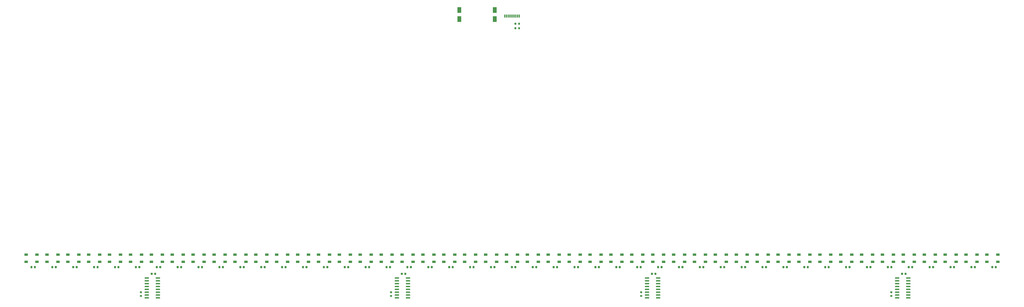
<source format=gbr>
G04 #@! TF.GenerationSoftware,KiCad,Pcbnew,(5.1.7)-1*
G04 #@! TF.CreationDate,2021-02-28T23:22:52-05:00*
G04 #@! TF.ProjectId,OpeNITHM-full,4f70654e-4954-4484-9d2d-66756c6c2e6b,rev?*
G04 #@! TF.SameCoordinates,Original*
G04 #@! TF.FileFunction,Paste,Top*
G04 #@! TF.FilePolarity,Positive*
%FSLAX46Y46*%
G04 Gerber Fmt 4.6, Leading zero omitted, Abs format (unit mm)*
G04 Created by KiCad (PCBNEW (5.1.7)-1) date 2021-02-28 23:22:52*
%MOMM*%
%LPD*%
G01*
G04 APERTURE LIST*
%ADD10R,1.800000X2.500000*%
%ADD11R,0.600000X1.450000*%
%ADD12R,0.300000X1.450000*%
%ADD13R,1.500000X1.000000*%
G04 APERTURE END LIST*
D10*
X124460000Y-8890000D03*
X124460000Y-12890000D03*
D11*
X144750000Y-11545000D03*
X145550000Y-11545000D03*
X150450000Y-11545000D03*
X151250000Y-11545000D03*
X151250000Y-11545000D03*
X150450000Y-11545000D03*
X145550000Y-11545000D03*
X144750000Y-11545000D03*
D12*
X149750000Y-11545000D03*
X149250000Y-11545000D03*
X148750000Y-11545000D03*
X147750000Y-11545000D03*
X147250000Y-11545000D03*
X146750000Y-11545000D03*
X146250000Y-11545000D03*
X148250000Y-11545000D03*
D10*
X140335000Y-8890000D03*
X140335000Y-12890000D03*
G36*
G01*
X150765000Y-15275000D02*
X150765000Y-14725000D01*
G75*
G02*
X150965000Y-14525000I200000J0D01*
G01*
X151365000Y-14525000D01*
G75*
G02*
X151565000Y-14725000I0J-200000D01*
G01*
X151565000Y-15275000D01*
G75*
G02*
X151365000Y-15475000I-200000J0D01*
G01*
X150965000Y-15475000D01*
G75*
G02*
X150765000Y-15275000I0J200000D01*
G01*
G37*
G36*
G01*
X149115000Y-15275000D02*
X149115000Y-14725000D01*
G75*
G02*
X149315000Y-14525000I200000J0D01*
G01*
X149715000Y-14525000D01*
G75*
G02*
X149915000Y-14725000I0J-200000D01*
G01*
X149915000Y-15275000D01*
G75*
G02*
X149715000Y-15475000I-200000J0D01*
G01*
X149315000Y-15475000D01*
G75*
G02*
X149115000Y-15275000I0J200000D01*
G01*
G37*
G36*
G01*
X150765000Y-17275000D02*
X150765000Y-16725000D01*
G75*
G02*
X150965000Y-16525000I200000J0D01*
G01*
X151365000Y-16525000D01*
G75*
G02*
X151565000Y-16725000I0J-200000D01*
G01*
X151565000Y-17275000D01*
G75*
G02*
X151365000Y-17475000I-200000J0D01*
G01*
X150965000Y-17475000D01*
G75*
G02*
X150765000Y-17275000I0J200000D01*
G01*
G37*
G36*
G01*
X149115000Y-17275000D02*
X149115000Y-16725000D01*
G75*
G02*
X149315000Y-16525000I200000J0D01*
G01*
X149715000Y-16525000D01*
G75*
G02*
X149915000Y-16725000I0J-200000D01*
G01*
X149915000Y-17275000D01*
G75*
G02*
X149715000Y-17475000I-200000J0D01*
G01*
X149315000Y-17475000D01*
G75*
G02*
X149115000Y-17275000I0J200000D01*
G01*
G37*
D13*
X365116667Y-121600000D03*
X365116667Y-118400000D03*
X360216667Y-121600000D03*
X360216667Y-118400000D03*
X355783318Y-121600000D03*
X355783318Y-118400000D03*
X350883318Y-121600000D03*
X350883318Y-118400000D03*
X346449985Y-121600000D03*
X346449985Y-118400000D03*
X341549985Y-121600000D03*
X341549985Y-118400000D03*
X337116652Y-121600000D03*
X337116652Y-118400000D03*
X332216652Y-121600000D03*
X332216652Y-118400000D03*
X327783319Y-121600000D03*
X327783319Y-118400000D03*
X322883319Y-121600000D03*
X322883319Y-118400000D03*
X318449986Y-121600000D03*
X318449986Y-118400000D03*
X313549986Y-121600000D03*
X313549986Y-118400000D03*
X309116653Y-121600000D03*
X309116653Y-118400000D03*
X304216653Y-121600000D03*
X304216653Y-118400000D03*
X299783320Y-121600000D03*
X299783320Y-118400000D03*
X294883320Y-121600000D03*
X294883320Y-118400000D03*
X285549987Y-118400000D03*
X285549987Y-121600000D03*
X290449987Y-118400000D03*
X290449987Y-121600000D03*
X276216654Y-118400000D03*
X276216654Y-121600000D03*
X281116654Y-118400000D03*
X281116654Y-121600000D03*
X266883321Y-118400000D03*
X266883321Y-121600000D03*
X271783321Y-118400000D03*
X271783321Y-121600000D03*
X257549988Y-118400000D03*
X257549988Y-121600000D03*
X262449988Y-118400000D03*
X262449988Y-121600000D03*
X248216655Y-118400000D03*
X248216655Y-121600000D03*
X253116655Y-118400000D03*
X253116655Y-121600000D03*
X238883322Y-118400000D03*
X238883322Y-121600000D03*
X243783322Y-118400000D03*
X243783322Y-121600000D03*
X229549989Y-118400000D03*
X229549989Y-121600000D03*
X234449989Y-118400000D03*
X234449989Y-121600000D03*
X220216656Y-118400000D03*
X220216656Y-121600000D03*
X225116656Y-118400000D03*
X225116656Y-121600000D03*
X210883323Y-118400000D03*
X210883323Y-121600000D03*
X215783323Y-118400000D03*
X215783323Y-121600000D03*
X201549990Y-118400000D03*
X201549990Y-121600000D03*
X206449990Y-118400000D03*
X206449990Y-121600000D03*
X192216657Y-118400000D03*
X192216657Y-121600000D03*
X197116657Y-118400000D03*
X197116657Y-121600000D03*
X182883324Y-118400000D03*
X182883324Y-121600000D03*
X187783324Y-118400000D03*
X187783324Y-121600000D03*
X173549991Y-118400000D03*
X173549991Y-121600000D03*
X178449991Y-118400000D03*
X178449991Y-121600000D03*
X164216658Y-118400000D03*
X164216658Y-121600000D03*
X169116658Y-118400000D03*
X169116658Y-121600000D03*
X154883325Y-118400000D03*
X154883325Y-121600000D03*
X159783325Y-118400000D03*
X159783325Y-121600000D03*
X145549992Y-118400000D03*
X145549992Y-121600000D03*
X150449992Y-118400000D03*
X150449992Y-121600000D03*
X136216659Y-118400000D03*
X136216659Y-121600000D03*
X141116659Y-118400000D03*
X141116659Y-121600000D03*
X126883326Y-118400000D03*
X126883326Y-121600000D03*
X131783326Y-118400000D03*
X131783326Y-121600000D03*
X117549993Y-118400000D03*
X117549993Y-121600000D03*
X122449993Y-118400000D03*
X122449993Y-121600000D03*
X108216660Y-118400000D03*
X108216660Y-121600000D03*
X113116660Y-118400000D03*
X113116660Y-121600000D03*
X98883327Y-118400000D03*
X98883327Y-121600000D03*
X103783327Y-118400000D03*
X103783327Y-121600000D03*
X89549994Y-118400000D03*
X89549994Y-121600000D03*
X94449994Y-118400000D03*
X94449994Y-121600000D03*
X80216661Y-118400000D03*
X80216661Y-121600000D03*
X85116661Y-118400000D03*
X85116661Y-121600000D03*
X70883328Y-118400000D03*
X70883328Y-121600000D03*
X75783328Y-118400000D03*
X75783328Y-121600000D03*
X61549995Y-118400000D03*
X61549995Y-121600000D03*
X66449995Y-118400000D03*
X66449995Y-121600000D03*
X52216662Y-118400000D03*
X52216662Y-121600000D03*
X57116662Y-118400000D03*
X57116662Y-121600000D03*
X42883329Y-118400000D03*
X42883329Y-121600000D03*
X47783329Y-118400000D03*
X47783329Y-121600000D03*
X33549996Y-118400000D03*
X33549996Y-121600000D03*
X38449996Y-118400000D03*
X38449996Y-121600000D03*
X24216663Y-118400000D03*
X24216663Y-121600000D03*
X29116663Y-118400000D03*
X29116663Y-121600000D03*
X14883330Y-118400000D03*
X14883330Y-121600000D03*
X19783330Y-118400000D03*
X19783330Y-121600000D03*
X5549997Y-118400000D03*
X5549997Y-121600000D03*
X10449997Y-118400000D03*
X10449997Y-121600000D03*
X-3783336Y-118400000D03*
X-3783336Y-121600000D03*
X1116664Y-118400000D03*
X1116664Y-121600000D03*
X-13116669Y-118400000D03*
X-13116669Y-121600000D03*
X-8216669Y-118400000D03*
X-8216669Y-121600000D03*
X-22450002Y-118400000D03*
X-22450002Y-121600000D03*
X-17550002Y-118400000D03*
X-17550002Y-121600000D03*
X-31783335Y-118400000D03*
X-31783335Y-121600000D03*
X-26883335Y-118400000D03*
X-26883335Y-121600000D03*
X-41116668Y-118400000D03*
X-41116668Y-121600000D03*
X-36216668Y-118400000D03*
X-36216668Y-121600000D03*
X-50450001Y-118400000D03*
X-50450001Y-121600000D03*
X-45550001Y-118400000D03*
X-45550001Y-121600000D03*
X-59783334Y-118400000D03*
X-59783334Y-121600000D03*
X-54883334Y-118400000D03*
X-54883334Y-121600000D03*
G36*
G01*
X363716667Y-124250000D02*
X363716667Y-123750000D01*
G75*
G02*
X363941667Y-123525000I225000J0D01*
G01*
X364391667Y-123525000D01*
G75*
G02*
X364616667Y-123750000I0J-225000D01*
G01*
X364616667Y-124250000D01*
G75*
G02*
X364391667Y-124475000I-225000J0D01*
G01*
X363941667Y-124475000D01*
G75*
G02*
X363716667Y-124250000I0J225000D01*
G01*
G37*
G36*
G01*
X362166667Y-124250000D02*
X362166667Y-123750000D01*
G75*
G02*
X362391667Y-123525000I225000J0D01*
G01*
X362841667Y-123525000D01*
G75*
G02*
X363066667Y-123750000I0J-225000D01*
G01*
X363066667Y-124250000D01*
G75*
G02*
X362841667Y-124475000I-225000J0D01*
G01*
X362391667Y-124475000D01*
G75*
G02*
X362166667Y-124250000I0J225000D01*
G01*
G37*
G36*
G01*
X354383318Y-124250000D02*
X354383318Y-123750000D01*
G75*
G02*
X354608318Y-123525000I225000J0D01*
G01*
X355058318Y-123525000D01*
G75*
G02*
X355283318Y-123750000I0J-225000D01*
G01*
X355283318Y-124250000D01*
G75*
G02*
X355058318Y-124475000I-225000J0D01*
G01*
X354608318Y-124475000D01*
G75*
G02*
X354383318Y-124250000I0J225000D01*
G01*
G37*
G36*
G01*
X352833318Y-124250000D02*
X352833318Y-123750000D01*
G75*
G02*
X353058318Y-123525000I225000J0D01*
G01*
X353508318Y-123525000D01*
G75*
G02*
X353733318Y-123750000I0J-225000D01*
G01*
X353733318Y-124250000D01*
G75*
G02*
X353508318Y-124475000I-225000J0D01*
G01*
X353058318Y-124475000D01*
G75*
G02*
X352833318Y-124250000I0J225000D01*
G01*
G37*
G36*
G01*
X345049985Y-124250000D02*
X345049985Y-123750000D01*
G75*
G02*
X345274985Y-123525000I225000J0D01*
G01*
X345724985Y-123525000D01*
G75*
G02*
X345949985Y-123750000I0J-225000D01*
G01*
X345949985Y-124250000D01*
G75*
G02*
X345724985Y-124475000I-225000J0D01*
G01*
X345274985Y-124475000D01*
G75*
G02*
X345049985Y-124250000I0J225000D01*
G01*
G37*
G36*
G01*
X343499985Y-124250000D02*
X343499985Y-123750000D01*
G75*
G02*
X343724985Y-123525000I225000J0D01*
G01*
X344174985Y-123525000D01*
G75*
G02*
X344399985Y-123750000I0J-225000D01*
G01*
X344399985Y-124250000D01*
G75*
G02*
X344174985Y-124475000I-225000J0D01*
G01*
X343724985Y-124475000D01*
G75*
G02*
X343499985Y-124250000I0J225000D01*
G01*
G37*
G36*
G01*
X335716652Y-124250000D02*
X335716652Y-123750000D01*
G75*
G02*
X335941652Y-123525000I225000J0D01*
G01*
X336391652Y-123525000D01*
G75*
G02*
X336616652Y-123750000I0J-225000D01*
G01*
X336616652Y-124250000D01*
G75*
G02*
X336391652Y-124475000I-225000J0D01*
G01*
X335941652Y-124475000D01*
G75*
G02*
X335716652Y-124250000I0J225000D01*
G01*
G37*
G36*
G01*
X334166652Y-124250000D02*
X334166652Y-123750000D01*
G75*
G02*
X334391652Y-123525000I225000J0D01*
G01*
X334841652Y-123525000D01*
G75*
G02*
X335066652Y-123750000I0J-225000D01*
G01*
X335066652Y-124250000D01*
G75*
G02*
X334841652Y-124475000I-225000J0D01*
G01*
X334391652Y-124475000D01*
G75*
G02*
X334166652Y-124250000I0J225000D01*
G01*
G37*
G36*
G01*
X326383319Y-124250000D02*
X326383319Y-123750000D01*
G75*
G02*
X326608319Y-123525000I225000J0D01*
G01*
X327058319Y-123525000D01*
G75*
G02*
X327283319Y-123750000I0J-225000D01*
G01*
X327283319Y-124250000D01*
G75*
G02*
X327058319Y-124475000I-225000J0D01*
G01*
X326608319Y-124475000D01*
G75*
G02*
X326383319Y-124250000I0J225000D01*
G01*
G37*
G36*
G01*
X324833319Y-124250000D02*
X324833319Y-123750000D01*
G75*
G02*
X325058319Y-123525000I225000J0D01*
G01*
X325508319Y-123525000D01*
G75*
G02*
X325733319Y-123750000I0J-225000D01*
G01*
X325733319Y-124250000D01*
G75*
G02*
X325508319Y-124475000I-225000J0D01*
G01*
X325058319Y-124475000D01*
G75*
G02*
X324833319Y-124250000I0J225000D01*
G01*
G37*
G36*
G01*
X317049986Y-124250000D02*
X317049986Y-123750000D01*
G75*
G02*
X317274986Y-123525000I225000J0D01*
G01*
X317724986Y-123525000D01*
G75*
G02*
X317949986Y-123750000I0J-225000D01*
G01*
X317949986Y-124250000D01*
G75*
G02*
X317724986Y-124475000I-225000J0D01*
G01*
X317274986Y-124475000D01*
G75*
G02*
X317049986Y-124250000I0J225000D01*
G01*
G37*
G36*
G01*
X315499986Y-124250000D02*
X315499986Y-123750000D01*
G75*
G02*
X315724986Y-123525000I225000J0D01*
G01*
X316174986Y-123525000D01*
G75*
G02*
X316399986Y-123750000I0J-225000D01*
G01*
X316399986Y-124250000D01*
G75*
G02*
X316174986Y-124475000I-225000J0D01*
G01*
X315724986Y-124475000D01*
G75*
G02*
X315499986Y-124250000I0J225000D01*
G01*
G37*
G36*
G01*
X307716653Y-124250000D02*
X307716653Y-123750000D01*
G75*
G02*
X307941653Y-123525000I225000J0D01*
G01*
X308391653Y-123525000D01*
G75*
G02*
X308616653Y-123750000I0J-225000D01*
G01*
X308616653Y-124250000D01*
G75*
G02*
X308391653Y-124475000I-225000J0D01*
G01*
X307941653Y-124475000D01*
G75*
G02*
X307716653Y-124250000I0J225000D01*
G01*
G37*
G36*
G01*
X306166653Y-124250000D02*
X306166653Y-123750000D01*
G75*
G02*
X306391653Y-123525000I225000J0D01*
G01*
X306841653Y-123525000D01*
G75*
G02*
X307066653Y-123750000I0J-225000D01*
G01*
X307066653Y-124250000D01*
G75*
G02*
X306841653Y-124475000I-225000J0D01*
G01*
X306391653Y-124475000D01*
G75*
G02*
X306166653Y-124250000I0J225000D01*
G01*
G37*
G36*
G01*
X298383320Y-124250000D02*
X298383320Y-123750000D01*
G75*
G02*
X298608320Y-123525000I225000J0D01*
G01*
X299058320Y-123525000D01*
G75*
G02*
X299283320Y-123750000I0J-225000D01*
G01*
X299283320Y-124250000D01*
G75*
G02*
X299058320Y-124475000I-225000J0D01*
G01*
X298608320Y-124475000D01*
G75*
G02*
X298383320Y-124250000I0J225000D01*
G01*
G37*
G36*
G01*
X296833320Y-124250000D02*
X296833320Y-123750000D01*
G75*
G02*
X297058320Y-123525000I225000J0D01*
G01*
X297508320Y-123525000D01*
G75*
G02*
X297733320Y-123750000I0J-225000D01*
G01*
X297733320Y-124250000D01*
G75*
G02*
X297508320Y-124475000I-225000J0D01*
G01*
X297058320Y-124475000D01*
G75*
G02*
X296833320Y-124250000I0J225000D01*
G01*
G37*
G36*
G01*
X289049987Y-124250000D02*
X289049987Y-123750000D01*
G75*
G02*
X289274987Y-123525000I225000J0D01*
G01*
X289724987Y-123525000D01*
G75*
G02*
X289949987Y-123750000I0J-225000D01*
G01*
X289949987Y-124250000D01*
G75*
G02*
X289724987Y-124475000I-225000J0D01*
G01*
X289274987Y-124475000D01*
G75*
G02*
X289049987Y-124250000I0J225000D01*
G01*
G37*
G36*
G01*
X287499987Y-124250000D02*
X287499987Y-123750000D01*
G75*
G02*
X287724987Y-123525000I225000J0D01*
G01*
X288174987Y-123525000D01*
G75*
G02*
X288399987Y-123750000I0J-225000D01*
G01*
X288399987Y-124250000D01*
G75*
G02*
X288174987Y-124475000I-225000J0D01*
G01*
X287724987Y-124475000D01*
G75*
G02*
X287499987Y-124250000I0J225000D01*
G01*
G37*
G36*
G01*
X278166654Y-124250000D02*
X278166654Y-123750000D01*
G75*
G02*
X278391654Y-123525000I225000J0D01*
G01*
X278841654Y-123525000D01*
G75*
G02*
X279066654Y-123750000I0J-225000D01*
G01*
X279066654Y-124250000D01*
G75*
G02*
X278841654Y-124475000I-225000J0D01*
G01*
X278391654Y-124475000D01*
G75*
G02*
X278166654Y-124250000I0J225000D01*
G01*
G37*
G36*
G01*
X279716654Y-124250000D02*
X279716654Y-123750000D01*
G75*
G02*
X279941654Y-123525000I225000J0D01*
G01*
X280391654Y-123525000D01*
G75*
G02*
X280616654Y-123750000I0J-225000D01*
G01*
X280616654Y-124250000D01*
G75*
G02*
X280391654Y-124475000I-225000J0D01*
G01*
X279941654Y-124475000D01*
G75*
G02*
X279716654Y-124250000I0J225000D01*
G01*
G37*
G36*
G01*
X268833321Y-124250000D02*
X268833321Y-123750000D01*
G75*
G02*
X269058321Y-123525000I225000J0D01*
G01*
X269508321Y-123525000D01*
G75*
G02*
X269733321Y-123750000I0J-225000D01*
G01*
X269733321Y-124250000D01*
G75*
G02*
X269508321Y-124475000I-225000J0D01*
G01*
X269058321Y-124475000D01*
G75*
G02*
X268833321Y-124250000I0J225000D01*
G01*
G37*
G36*
G01*
X270383321Y-124250000D02*
X270383321Y-123750000D01*
G75*
G02*
X270608321Y-123525000I225000J0D01*
G01*
X271058321Y-123525000D01*
G75*
G02*
X271283321Y-123750000I0J-225000D01*
G01*
X271283321Y-124250000D01*
G75*
G02*
X271058321Y-124475000I-225000J0D01*
G01*
X270608321Y-124475000D01*
G75*
G02*
X270383321Y-124250000I0J225000D01*
G01*
G37*
G36*
G01*
X259499988Y-124250000D02*
X259499988Y-123750000D01*
G75*
G02*
X259724988Y-123525000I225000J0D01*
G01*
X260174988Y-123525000D01*
G75*
G02*
X260399988Y-123750000I0J-225000D01*
G01*
X260399988Y-124250000D01*
G75*
G02*
X260174988Y-124475000I-225000J0D01*
G01*
X259724988Y-124475000D01*
G75*
G02*
X259499988Y-124250000I0J225000D01*
G01*
G37*
G36*
G01*
X261049988Y-124250000D02*
X261049988Y-123750000D01*
G75*
G02*
X261274988Y-123525000I225000J0D01*
G01*
X261724988Y-123525000D01*
G75*
G02*
X261949988Y-123750000I0J-225000D01*
G01*
X261949988Y-124250000D01*
G75*
G02*
X261724988Y-124475000I-225000J0D01*
G01*
X261274988Y-124475000D01*
G75*
G02*
X261049988Y-124250000I0J225000D01*
G01*
G37*
G36*
G01*
X250166655Y-124250000D02*
X250166655Y-123750000D01*
G75*
G02*
X250391655Y-123525000I225000J0D01*
G01*
X250841655Y-123525000D01*
G75*
G02*
X251066655Y-123750000I0J-225000D01*
G01*
X251066655Y-124250000D01*
G75*
G02*
X250841655Y-124475000I-225000J0D01*
G01*
X250391655Y-124475000D01*
G75*
G02*
X250166655Y-124250000I0J225000D01*
G01*
G37*
G36*
G01*
X251716655Y-124250000D02*
X251716655Y-123750000D01*
G75*
G02*
X251941655Y-123525000I225000J0D01*
G01*
X252391655Y-123525000D01*
G75*
G02*
X252616655Y-123750000I0J-225000D01*
G01*
X252616655Y-124250000D01*
G75*
G02*
X252391655Y-124475000I-225000J0D01*
G01*
X251941655Y-124475000D01*
G75*
G02*
X251716655Y-124250000I0J225000D01*
G01*
G37*
G36*
G01*
X240833322Y-124250000D02*
X240833322Y-123750000D01*
G75*
G02*
X241058322Y-123525000I225000J0D01*
G01*
X241508322Y-123525000D01*
G75*
G02*
X241733322Y-123750000I0J-225000D01*
G01*
X241733322Y-124250000D01*
G75*
G02*
X241508322Y-124475000I-225000J0D01*
G01*
X241058322Y-124475000D01*
G75*
G02*
X240833322Y-124250000I0J225000D01*
G01*
G37*
G36*
G01*
X242383322Y-124250000D02*
X242383322Y-123750000D01*
G75*
G02*
X242608322Y-123525000I225000J0D01*
G01*
X243058322Y-123525000D01*
G75*
G02*
X243283322Y-123750000I0J-225000D01*
G01*
X243283322Y-124250000D01*
G75*
G02*
X243058322Y-124475000I-225000J0D01*
G01*
X242608322Y-124475000D01*
G75*
G02*
X242383322Y-124250000I0J225000D01*
G01*
G37*
G36*
G01*
X231499989Y-124250000D02*
X231499989Y-123750000D01*
G75*
G02*
X231724989Y-123525000I225000J0D01*
G01*
X232174989Y-123525000D01*
G75*
G02*
X232399989Y-123750000I0J-225000D01*
G01*
X232399989Y-124250000D01*
G75*
G02*
X232174989Y-124475000I-225000J0D01*
G01*
X231724989Y-124475000D01*
G75*
G02*
X231499989Y-124250000I0J225000D01*
G01*
G37*
G36*
G01*
X233049989Y-124250000D02*
X233049989Y-123750000D01*
G75*
G02*
X233274989Y-123525000I225000J0D01*
G01*
X233724989Y-123525000D01*
G75*
G02*
X233949989Y-123750000I0J-225000D01*
G01*
X233949989Y-124250000D01*
G75*
G02*
X233724989Y-124475000I-225000J0D01*
G01*
X233274989Y-124475000D01*
G75*
G02*
X233049989Y-124250000I0J225000D01*
G01*
G37*
G36*
G01*
X222166656Y-124250000D02*
X222166656Y-123750000D01*
G75*
G02*
X222391656Y-123525000I225000J0D01*
G01*
X222841656Y-123525000D01*
G75*
G02*
X223066656Y-123750000I0J-225000D01*
G01*
X223066656Y-124250000D01*
G75*
G02*
X222841656Y-124475000I-225000J0D01*
G01*
X222391656Y-124475000D01*
G75*
G02*
X222166656Y-124250000I0J225000D01*
G01*
G37*
G36*
G01*
X223716656Y-124250000D02*
X223716656Y-123750000D01*
G75*
G02*
X223941656Y-123525000I225000J0D01*
G01*
X224391656Y-123525000D01*
G75*
G02*
X224616656Y-123750000I0J-225000D01*
G01*
X224616656Y-124250000D01*
G75*
G02*
X224391656Y-124475000I-225000J0D01*
G01*
X223941656Y-124475000D01*
G75*
G02*
X223716656Y-124250000I0J225000D01*
G01*
G37*
G36*
G01*
X212833323Y-124250000D02*
X212833323Y-123750000D01*
G75*
G02*
X213058323Y-123525000I225000J0D01*
G01*
X213508323Y-123525000D01*
G75*
G02*
X213733323Y-123750000I0J-225000D01*
G01*
X213733323Y-124250000D01*
G75*
G02*
X213508323Y-124475000I-225000J0D01*
G01*
X213058323Y-124475000D01*
G75*
G02*
X212833323Y-124250000I0J225000D01*
G01*
G37*
G36*
G01*
X214383323Y-124250000D02*
X214383323Y-123750000D01*
G75*
G02*
X214608323Y-123525000I225000J0D01*
G01*
X215058323Y-123525000D01*
G75*
G02*
X215283323Y-123750000I0J-225000D01*
G01*
X215283323Y-124250000D01*
G75*
G02*
X215058323Y-124475000I-225000J0D01*
G01*
X214608323Y-124475000D01*
G75*
G02*
X214383323Y-124250000I0J225000D01*
G01*
G37*
G36*
G01*
X203499990Y-124250000D02*
X203499990Y-123750000D01*
G75*
G02*
X203724990Y-123525000I225000J0D01*
G01*
X204174990Y-123525000D01*
G75*
G02*
X204399990Y-123750000I0J-225000D01*
G01*
X204399990Y-124250000D01*
G75*
G02*
X204174990Y-124475000I-225000J0D01*
G01*
X203724990Y-124475000D01*
G75*
G02*
X203499990Y-124250000I0J225000D01*
G01*
G37*
G36*
G01*
X205049990Y-124250000D02*
X205049990Y-123750000D01*
G75*
G02*
X205274990Y-123525000I225000J0D01*
G01*
X205724990Y-123525000D01*
G75*
G02*
X205949990Y-123750000I0J-225000D01*
G01*
X205949990Y-124250000D01*
G75*
G02*
X205724990Y-124475000I-225000J0D01*
G01*
X205274990Y-124475000D01*
G75*
G02*
X205049990Y-124250000I0J225000D01*
G01*
G37*
G36*
G01*
X194166657Y-124250000D02*
X194166657Y-123750000D01*
G75*
G02*
X194391657Y-123525000I225000J0D01*
G01*
X194841657Y-123525000D01*
G75*
G02*
X195066657Y-123750000I0J-225000D01*
G01*
X195066657Y-124250000D01*
G75*
G02*
X194841657Y-124475000I-225000J0D01*
G01*
X194391657Y-124475000D01*
G75*
G02*
X194166657Y-124250000I0J225000D01*
G01*
G37*
G36*
G01*
X195716657Y-124250000D02*
X195716657Y-123750000D01*
G75*
G02*
X195941657Y-123525000I225000J0D01*
G01*
X196391657Y-123525000D01*
G75*
G02*
X196616657Y-123750000I0J-225000D01*
G01*
X196616657Y-124250000D01*
G75*
G02*
X196391657Y-124475000I-225000J0D01*
G01*
X195941657Y-124475000D01*
G75*
G02*
X195716657Y-124250000I0J225000D01*
G01*
G37*
G36*
G01*
X184833324Y-124250000D02*
X184833324Y-123750000D01*
G75*
G02*
X185058324Y-123525000I225000J0D01*
G01*
X185508324Y-123525000D01*
G75*
G02*
X185733324Y-123750000I0J-225000D01*
G01*
X185733324Y-124250000D01*
G75*
G02*
X185508324Y-124475000I-225000J0D01*
G01*
X185058324Y-124475000D01*
G75*
G02*
X184833324Y-124250000I0J225000D01*
G01*
G37*
G36*
G01*
X186383324Y-124250000D02*
X186383324Y-123750000D01*
G75*
G02*
X186608324Y-123525000I225000J0D01*
G01*
X187058324Y-123525000D01*
G75*
G02*
X187283324Y-123750000I0J-225000D01*
G01*
X187283324Y-124250000D01*
G75*
G02*
X187058324Y-124475000I-225000J0D01*
G01*
X186608324Y-124475000D01*
G75*
G02*
X186383324Y-124250000I0J225000D01*
G01*
G37*
G36*
G01*
X175499991Y-124250000D02*
X175499991Y-123750000D01*
G75*
G02*
X175724991Y-123525000I225000J0D01*
G01*
X176174991Y-123525000D01*
G75*
G02*
X176399991Y-123750000I0J-225000D01*
G01*
X176399991Y-124250000D01*
G75*
G02*
X176174991Y-124475000I-225000J0D01*
G01*
X175724991Y-124475000D01*
G75*
G02*
X175499991Y-124250000I0J225000D01*
G01*
G37*
G36*
G01*
X177049991Y-124250000D02*
X177049991Y-123750000D01*
G75*
G02*
X177274991Y-123525000I225000J0D01*
G01*
X177724991Y-123525000D01*
G75*
G02*
X177949991Y-123750000I0J-225000D01*
G01*
X177949991Y-124250000D01*
G75*
G02*
X177724991Y-124475000I-225000J0D01*
G01*
X177274991Y-124475000D01*
G75*
G02*
X177049991Y-124250000I0J225000D01*
G01*
G37*
G36*
G01*
X166166658Y-124250000D02*
X166166658Y-123750000D01*
G75*
G02*
X166391658Y-123525000I225000J0D01*
G01*
X166841658Y-123525000D01*
G75*
G02*
X167066658Y-123750000I0J-225000D01*
G01*
X167066658Y-124250000D01*
G75*
G02*
X166841658Y-124475000I-225000J0D01*
G01*
X166391658Y-124475000D01*
G75*
G02*
X166166658Y-124250000I0J225000D01*
G01*
G37*
G36*
G01*
X167716658Y-124250000D02*
X167716658Y-123750000D01*
G75*
G02*
X167941658Y-123525000I225000J0D01*
G01*
X168391658Y-123525000D01*
G75*
G02*
X168616658Y-123750000I0J-225000D01*
G01*
X168616658Y-124250000D01*
G75*
G02*
X168391658Y-124475000I-225000J0D01*
G01*
X167941658Y-124475000D01*
G75*
G02*
X167716658Y-124250000I0J225000D01*
G01*
G37*
G36*
G01*
X156833325Y-124250000D02*
X156833325Y-123750000D01*
G75*
G02*
X157058325Y-123525000I225000J0D01*
G01*
X157508325Y-123525000D01*
G75*
G02*
X157733325Y-123750000I0J-225000D01*
G01*
X157733325Y-124250000D01*
G75*
G02*
X157508325Y-124475000I-225000J0D01*
G01*
X157058325Y-124475000D01*
G75*
G02*
X156833325Y-124250000I0J225000D01*
G01*
G37*
G36*
G01*
X158383325Y-124250000D02*
X158383325Y-123750000D01*
G75*
G02*
X158608325Y-123525000I225000J0D01*
G01*
X159058325Y-123525000D01*
G75*
G02*
X159283325Y-123750000I0J-225000D01*
G01*
X159283325Y-124250000D01*
G75*
G02*
X159058325Y-124475000I-225000J0D01*
G01*
X158608325Y-124475000D01*
G75*
G02*
X158383325Y-124250000I0J225000D01*
G01*
G37*
G36*
G01*
X147499992Y-124250000D02*
X147499992Y-123750000D01*
G75*
G02*
X147724992Y-123525000I225000J0D01*
G01*
X148174992Y-123525000D01*
G75*
G02*
X148399992Y-123750000I0J-225000D01*
G01*
X148399992Y-124250000D01*
G75*
G02*
X148174992Y-124475000I-225000J0D01*
G01*
X147724992Y-124475000D01*
G75*
G02*
X147499992Y-124250000I0J225000D01*
G01*
G37*
G36*
G01*
X149049992Y-124250000D02*
X149049992Y-123750000D01*
G75*
G02*
X149274992Y-123525000I225000J0D01*
G01*
X149724992Y-123525000D01*
G75*
G02*
X149949992Y-123750000I0J-225000D01*
G01*
X149949992Y-124250000D01*
G75*
G02*
X149724992Y-124475000I-225000J0D01*
G01*
X149274992Y-124475000D01*
G75*
G02*
X149049992Y-124250000I0J225000D01*
G01*
G37*
G36*
G01*
X138166659Y-124250000D02*
X138166659Y-123750000D01*
G75*
G02*
X138391659Y-123525000I225000J0D01*
G01*
X138841659Y-123525000D01*
G75*
G02*
X139066659Y-123750000I0J-225000D01*
G01*
X139066659Y-124250000D01*
G75*
G02*
X138841659Y-124475000I-225000J0D01*
G01*
X138391659Y-124475000D01*
G75*
G02*
X138166659Y-124250000I0J225000D01*
G01*
G37*
G36*
G01*
X139716659Y-124250000D02*
X139716659Y-123750000D01*
G75*
G02*
X139941659Y-123525000I225000J0D01*
G01*
X140391659Y-123525000D01*
G75*
G02*
X140616659Y-123750000I0J-225000D01*
G01*
X140616659Y-124250000D01*
G75*
G02*
X140391659Y-124475000I-225000J0D01*
G01*
X139941659Y-124475000D01*
G75*
G02*
X139716659Y-124250000I0J225000D01*
G01*
G37*
G36*
G01*
X128833326Y-124250000D02*
X128833326Y-123750000D01*
G75*
G02*
X129058326Y-123525000I225000J0D01*
G01*
X129508326Y-123525000D01*
G75*
G02*
X129733326Y-123750000I0J-225000D01*
G01*
X129733326Y-124250000D01*
G75*
G02*
X129508326Y-124475000I-225000J0D01*
G01*
X129058326Y-124475000D01*
G75*
G02*
X128833326Y-124250000I0J225000D01*
G01*
G37*
G36*
G01*
X130383326Y-124250000D02*
X130383326Y-123750000D01*
G75*
G02*
X130608326Y-123525000I225000J0D01*
G01*
X131058326Y-123525000D01*
G75*
G02*
X131283326Y-123750000I0J-225000D01*
G01*
X131283326Y-124250000D01*
G75*
G02*
X131058326Y-124475000I-225000J0D01*
G01*
X130608326Y-124475000D01*
G75*
G02*
X130383326Y-124250000I0J225000D01*
G01*
G37*
G36*
G01*
X119499993Y-124250000D02*
X119499993Y-123750000D01*
G75*
G02*
X119724993Y-123525000I225000J0D01*
G01*
X120174993Y-123525000D01*
G75*
G02*
X120399993Y-123750000I0J-225000D01*
G01*
X120399993Y-124250000D01*
G75*
G02*
X120174993Y-124475000I-225000J0D01*
G01*
X119724993Y-124475000D01*
G75*
G02*
X119499993Y-124250000I0J225000D01*
G01*
G37*
G36*
G01*
X121049993Y-124250000D02*
X121049993Y-123750000D01*
G75*
G02*
X121274993Y-123525000I225000J0D01*
G01*
X121724993Y-123525000D01*
G75*
G02*
X121949993Y-123750000I0J-225000D01*
G01*
X121949993Y-124250000D01*
G75*
G02*
X121724993Y-124475000I-225000J0D01*
G01*
X121274993Y-124475000D01*
G75*
G02*
X121049993Y-124250000I0J225000D01*
G01*
G37*
G36*
G01*
X110166660Y-124250000D02*
X110166660Y-123750000D01*
G75*
G02*
X110391660Y-123525000I225000J0D01*
G01*
X110841660Y-123525000D01*
G75*
G02*
X111066660Y-123750000I0J-225000D01*
G01*
X111066660Y-124250000D01*
G75*
G02*
X110841660Y-124475000I-225000J0D01*
G01*
X110391660Y-124475000D01*
G75*
G02*
X110166660Y-124250000I0J225000D01*
G01*
G37*
G36*
G01*
X111716660Y-124250000D02*
X111716660Y-123750000D01*
G75*
G02*
X111941660Y-123525000I225000J0D01*
G01*
X112391660Y-123525000D01*
G75*
G02*
X112616660Y-123750000I0J-225000D01*
G01*
X112616660Y-124250000D01*
G75*
G02*
X112391660Y-124475000I-225000J0D01*
G01*
X111941660Y-124475000D01*
G75*
G02*
X111716660Y-124250000I0J225000D01*
G01*
G37*
G36*
G01*
X100833327Y-124250000D02*
X100833327Y-123750000D01*
G75*
G02*
X101058327Y-123525000I225000J0D01*
G01*
X101508327Y-123525000D01*
G75*
G02*
X101733327Y-123750000I0J-225000D01*
G01*
X101733327Y-124250000D01*
G75*
G02*
X101508327Y-124475000I-225000J0D01*
G01*
X101058327Y-124475000D01*
G75*
G02*
X100833327Y-124250000I0J225000D01*
G01*
G37*
G36*
G01*
X102383327Y-124250000D02*
X102383327Y-123750000D01*
G75*
G02*
X102608327Y-123525000I225000J0D01*
G01*
X103058327Y-123525000D01*
G75*
G02*
X103283327Y-123750000I0J-225000D01*
G01*
X103283327Y-124250000D01*
G75*
G02*
X103058327Y-124475000I-225000J0D01*
G01*
X102608327Y-124475000D01*
G75*
G02*
X102383327Y-124250000I0J225000D01*
G01*
G37*
G36*
G01*
X91499994Y-124250000D02*
X91499994Y-123750000D01*
G75*
G02*
X91724994Y-123525000I225000J0D01*
G01*
X92174994Y-123525000D01*
G75*
G02*
X92399994Y-123750000I0J-225000D01*
G01*
X92399994Y-124250000D01*
G75*
G02*
X92174994Y-124475000I-225000J0D01*
G01*
X91724994Y-124475000D01*
G75*
G02*
X91499994Y-124250000I0J225000D01*
G01*
G37*
G36*
G01*
X93049994Y-124250000D02*
X93049994Y-123750000D01*
G75*
G02*
X93274994Y-123525000I225000J0D01*
G01*
X93724994Y-123525000D01*
G75*
G02*
X93949994Y-123750000I0J-225000D01*
G01*
X93949994Y-124250000D01*
G75*
G02*
X93724994Y-124475000I-225000J0D01*
G01*
X93274994Y-124475000D01*
G75*
G02*
X93049994Y-124250000I0J225000D01*
G01*
G37*
G36*
G01*
X82166661Y-124250000D02*
X82166661Y-123750000D01*
G75*
G02*
X82391661Y-123525000I225000J0D01*
G01*
X82841661Y-123525000D01*
G75*
G02*
X83066661Y-123750000I0J-225000D01*
G01*
X83066661Y-124250000D01*
G75*
G02*
X82841661Y-124475000I-225000J0D01*
G01*
X82391661Y-124475000D01*
G75*
G02*
X82166661Y-124250000I0J225000D01*
G01*
G37*
G36*
G01*
X83716661Y-124250000D02*
X83716661Y-123750000D01*
G75*
G02*
X83941661Y-123525000I225000J0D01*
G01*
X84391661Y-123525000D01*
G75*
G02*
X84616661Y-123750000I0J-225000D01*
G01*
X84616661Y-124250000D01*
G75*
G02*
X84391661Y-124475000I-225000J0D01*
G01*
X83941661Y-124475000D01*
G75*
G02*
X83716661Y-124250000I0J225000D01*
G01*
G37*
G36*
G01*
X72833328Y-124250000D02*
X72833328Y-123750000D01*
G75*
G02*
X73058328Y-123525000I225000J0D01*
G01*
X73508328Y-123525000D01*
G75*
G02*
X73733328Y-123750000I0J-225000D01*
G01*
X73733328Y-124250000D01*
G75*
G02*
X73508328Y-124475000I-225000J0D01*
G01*
X73058328Y-124475000D01*
G75*
G02*
X72833328Y-124250000I0J225000D01*
G01*
G37*
G36*
G01*
X74383328Y-124250000D02*
X74383328Y-123750000D01*
G75*
G02*
X74608328Y-123525000I225000J0D01*
G01*
X75058328Y-123525000D01*
G75*
G02*
X75283328Y-123750000I0J-225000D01*
G01*
X75283328Y-124250000D01*
G75*
G02*
X75058328Y-124475000I-225000J0D01*
G01*
X74608328Y-124475000D01*
G75*
G02*
X74383328Y-124250000I0J225000D01*
G01*
G37*
G36*
G01*
X63499995Y-124250000D02*
X63499995Y-123750000D01*
G75*
G02*
X63724995Y-123525000I225000J0D01*
G01*
X64174995Y-123525000D01*
G75*
G02*
X64399995Y-123750000I0J-225000D01*
G01*
X64399995Y-124250000D01*
G75*
G02*
X64174995Y-124475000I-225000J0D01*
G01*
X63724995Y-124475000D01*
G75*
G02*
X63499995Y-124250000I0J225000D01*
G01*
G37*
G36*
G01*
X65049995Y-124250000D02*
X65049995Y-123750000D01*
G75*
G02*
X65274995Y-123525000I225000J0D01*
G01*
X65724995Y-123525000D01*
G75*
G02*
X65949995Y-123750000I0J-225000D01*
G01*
X65949995Y-124250000D01*
G75*
G02*
X65724995Y-124475000I-225000J0D01*
G01*
X65274995Y-124475000D01*
G75*
G02*
X65049995Y-124250000I0J225000D01*
G01*
G37*
G36*
G01*
X54166662Y-124250000D02*
X54166662Y-123750000D01*
G75*
G02*
X54391662Y-123525000I225000J0D01*
G01*
X54841662Y-123525000D01*
G75*
G02*
X55066662Y-123750000I0J-225000D01*
G01*
X55066662Y-124250000D01*
G75*
G02*
X54841662Y-124475000I-225000J0D01*
G01*
X54391662Y-124475000D01*
G75*
G02*
X54166662Y-124250000I0J225000D01*
G01*
G37*
G36*
G01*
X55716662Y-124250000D02*
X55716662Y-123750000D01*
G75*
G02*
X55941662Y-123525000I225000J0D01*
G01*
X56391662Y-123525000D01*
G75*
G02*
X56616662Y-123750000I0J-225000D01*
G01*
X56616662Y-124250000D01*
G75*
G02*
X56391662Y-124475000I-225000J0D01*
G01*
X55941662Y-124475000D01*
G75*
G02*
X55716662Y-124250000I0J225000D01*
G01*
G37*
G36*
G01*
X44833329Y-124250000D02*
X44833329Y-123750000D01*
G75*
G02*
X45058329Y-123525000I225000J0D01*
G01*
X45508329Y-123525000D01*
G75*
G02*
X45733329Y-123750000I0J-225000D01*
G01*
X45733329Y-124250000D01*
G75*
G02*
X45508329Y-124475000I-225000J0D01*
G01*
X45058329Y-124475000D01*
G75*
G02*
X44833329Y-124250000I0J225000D01*
G01*
G37*
G36*
G01*
X46383329Y-124250000D02*
X46383329Y-123750000D01*
G75*
G02*
X46608329Y-123525000I225000J0D01*
G01*
X47058329Y-123525000D01*
G75*
G02*
X47283329Y-123750000I0J-225000D01*
G01*
X47283329Y-124250000D01*
G75*
G02*
X47058329Y-124475000I-225000J0D01*
G01*
X46608329Y-124475000D01*
G75*
G02*
X46383329Y-124250000I0J225000D01*
G01*
G37*
G36*
G01*
X35499996Y-124250000D02*
X35499996Y-123750000D01*
G75*
G02*
X35724996Y-123525000I225000J0D01*
G01*
X36174996Y-123525000D01*
G75*
G02*
X36399996Y-123750000I0J-225000D01*
G01*
X36399996Y-124250000D01*
G75*
G02*
X36174996Y-124475000I-225000J0D01*
G01*
X35724996Y-124475000D01*
G75*
G02*
X35499996Y-124250000I0J225000D01*
G01*
G37*
G36*
G01*
X37049996Y-124250000D02*
X37049996Y-123750000D01*
G75*
G02*
X37274996Y-123525000I225000J0D01*
G01*
X37724996Y-123525000D01*
G75*
G02*
X37949996Y-123750000I0J-225000D01*
G01*
X37949996Y-124250000D01*
G75*
G02*
X37724996Y-124475000I-225000J0D01*
G01*
X37274996Y-124475000D01*
G75*
G02*
X37049996Y-124250000I0J225000D01*
G01*
G37*
G36*
G01*
X26166663Y-124250000D02*
X26166663Y-123750000D01*
G75*
G02*
X26391663Y-123525000I225000J0D01*
G01*
X26841663Y-123525000D01*
G75*
G02*
X27066663Y-123750000I0J-225000D01*
G01*
X27066663Y-124250000D01*
G75*
G02*
X26841663Y-124475000I-225000J0D01*
G01*
X26391663Y-124475000D01*
G75*
G02*
X26166663Y-124250000I0J225000D01*
G01*
G37*
G36*
G01*
X27716663Y-124250000D02*
X27716663Y-123750000D01*
G75*
G02*
X27941663Y-123525000I225000J0D01*
G01*
X28391663Y-123525000D01*
G75*
G02*
X28616663Y-123750000I0J-225000D01*
G01*
X28616663Y-124250000D01*
G75*
G02*
X28391663Y-124475000I-225000J0D01*
G01*
X27941663Y-124475000D01*
G75*
G02*
X27716663Y-124250000I0J225000D01*
G01*
G37*
G36*
G01*
X18383330Y-124250000D02*
X18383330Y-123750000D01*
G75*
G02*
X18608330Y-123525000I225000J0D01*
G01*
X19058330Y-123525000D01*
G75*
G02*
X19283330Y-123750000I0J-225000D01*
G01*
X19283330Y-124250000D01*
G75*
G02*
X19058330Y-124475000I-225000J0D01*
G01*
X18608330Y-124475000D01*
G75*
G02*
X18383330Y-124250000I0J225000D01*
G01*
G37*
G36*
G01*
X16833330Y-124250000D02*
X16833330Y-123750000D01*
G75*
G02*
X17058330Y-123525000I225000J0D01*
G01*
X17508330Y-123525000D01*
G75*
G02*
X17733330Y-123750000I0J-225000D01*
G01*
X17733330Y-124250000D01*
G75*
G02*
X17508330Y-124475000I-225000J0D01*
G01*
X17058330Y-124475000D01*
G75*
G02*
X16833330Y-124250000I0J225000D01*
G01*
G37*
G36*
G01*
X7499997Y-124250000D02*
X7499997Y-123750000D01*
G75*
G02*
X7724997Y-123525000I225000J0D01*
G01*
X8174997Y-123525000D01*
G75*
G02*
X8399997Y-123750000I0J-225000D01*
G01*
X8399997Y-124250000D01*
G75*
G02*
X8174997Y-124475000I-225000J0D01*
G01*
X7724997Y-124475000D01*
G75*
G02*
X7499997Y-124250000I0J225000D01*
G01*
G37*
G36*
G01*
X9049997Y-124250000D02*
X9049997Y-123750000D01*
G75*
G02*
X9274997Y-123525000I225000J0D01*
G01*
X9724997Y-123525000D01*
G75*
G02*
X9949997Y-123750000I0J-225000D01*
G01*
X9949997Y-124250000D01*
G75*
G02*
X9724997Y-124475000I-225000J0D01*
G01*
X9274997Y-124475000D01*
G75*
G02*
X9049997Y-124250000I0J225000D01*
G01*
G37*
G36*
G01*
X-1833336Y-124250000D02*
X-1833336Y-123750000D01*
G75*
G02*
X-1608336Y-123525000I225000J0D01*
G01*
X-1158336Y-123525000D01*
G75*
G02*
X-933336Y-123750000I0J-225000D01*
G01*
X-933336Y-124250000D01*
G75*
G02*
X-1158336Y-124475000I-225000J0D01*
G01*
X-1608336Y-124475000D01*
G75*
G02*
X-1833336Y-124250000I0J225000D01*
G01*
G37*
G36*
G01*
X-283336Y-124250000D02*
X-283336Y-123750000D01*
G75*
G02*
X-58336Y-123525000I225000J0D01*
G01*
X391664Y-123525000D01*
G75*
G02*
X616664Y-123750000I0J-225000D01*
G01*
X616664Y-124250000D01*
G75*
G02*
X391664Y-124475000I-225000J0D01*
G01*
X-58336Y-124475000D01*
G75*
G02*
X-283336Y-124250000I0J225000D01*
G01*
G37*
G36*
G01*
X-11166669Y-124250000D02*
X-11166669Y-123750000D01*
G75*
G02*
X-10941669Y-123525000I225000J0D01*
G01*
X-10491669Y-123525000D01*
G75*
G02*
X-10266669Y-123750000I0J-225000D01*
G01*
X-10266669Y-124250000D01*
G75*
G02*
X-10491669Y-124475000I-225000J0D01*
G01*
X-10941669Y-124475000D01*
G75*
G02*
X-11166669Y-124250000I0J225000D01*
G01*
G37*
G36*
G01*
X-9616669Y-124250000D02*
X-9616669Y-123750000D01*
G75*
G02*
X-9391669Y-123525000I225000J0D01*
G01*
X-8941669Y-123525000D01*
G75*
G02*
X-8716669Y-123750000I0J-225000D01*
G01*
X-8716669Y-124250000D01*
G75*
G02*
X-8941669Y-124475000I-225000J0D01*
G01*
X-9391669Y-124475000D01*
G75*
G02*
X-9616669Y-124250000I0J225000D01*
G01*
G37*
G36*
G01*
X-20500002Y-124250000D02*
X-20500002Y-123750000D01*
G75*
G02*
X-20275002Y-123525000I225000J0D01*
G01*
X-19825002Y-123525000D01*
G75*
G02*
X-19600002Y-123750000I0J-225000D01*
G01*
X-19600002Y-124250000D01*
G75*
G02*
X-19825002Y-124475000I-225000J0D01*
G01*
X-20275002Y-124475000D01*
G75*
G02*
X-20500002Y-124250000I0J225000D01*
G01*
G37*
G36*
G01*
X-18950002Y-124250000D02*
X-18950002Y-123750000D01*
G75*
G02*
X-18725002Y-123525000I225000J0D01*
G01*
X-18275002Y-123525000D01*
G75*
G02*
X-18050002Y-123750000I0J-225000D01*
G01*
X-18050002Y-124250000D01*
G75*
G02*
X-18275002Y-124475000I-225000J0D01*
G01*
X-18725002Y-124475000D01*
G75*
G02*
X-18950002Y-124250000I0J225000D01*
G01*
G37*
G36*
G01*
X-29833335Y-124250000D02*
X-29833335Y-123750000D01*
G75*
G02*
X-29608335Y-123525000I225000J0D01*
G01*
X-29158335Y-123525000D01*
G75*
G02*
X-28933335Y-123750000I0J-225000D01*
G01*
X-28933335Y-124250000D01*
G75*
G02*
X-29158335Y-124475000I-225000J0D01*
G01*
X-29608335Y-124475000D01*
G75*
G02*
X-29833335Y-124250000I0J225000D01*
G01*
G37*
G36*
G01*
X-28283335Y-124250000D02*
X-28283335Y-123750000D01*
G75*
G02*
X-28058335Y-123525000I225000J0D01*
G01*
X-27608335Y-123525000D01*
G75*
G02*
X-27383335Y-123750000I0J-225000D01*
G01*
X-27383335Y-124250000D01*
G75*
G02*
X-27608335Y-124475000I-225000J0D01*
G01*
X-28058335Y-124475000D01*
G75*
G02*
X-28283335Y-124250000I0J225000D01*
G01*
G37*
G36*
G01*
X-39166668Y-124250000D02*
X-39166668Y-123750000D01*
G75*
G02*
X-38941668Y-123525000I225000J0D01*
G01*
X-38491668Y-123525000D01*
G75*
G02*
X-38266668Y-123750000I0J-225000D01*
G01*
X-38266668Y-124250000D01*
G75*
G02*
X-38491668Y-124475000I-225000J0D01*
G01*
X-38941668Y-124475000D01*
G75*
G02*
X-39166668Y-124250000I0J225000D01*
G01*
G37*
G36*
G01*
X-37616668Y-124250000D02*
X-37616668Y-123750000D01*
G75*
G02*
X-37391668Y-123525000I225000J0D01*
G01*
X-36941668Y-123525000D01*
G75*
G02*
X-36716668Y-123750000I0J-225000D01*
G01*
X-36716668Y-124250000D01*
G75*
G02*
X-36941668Y-124475000I-225000J0D01*
G01*
X-37391668Y-124475000D01*
G75*
G02*
X-37616668Y-124250000I0J225000D01*
G01*
G37*
G36*
G01*
X-48500001Y-124250000D02*
X-48500001Y-123750000D01*
G75*
G02*
X-48275001Y-123525000I225000J0D01*
G01*
X-47825001Y-123525000D01*
G75*
G02*
X-47600001Y-123750000I0J-225000D01*
G01*
X-47600001Y-124250000D01*
G75*
G02*
X-47825001Y-124475000I-225000J0D01*
G01*
X-48275001Y-124475000D01*
G75*
G02*
X-48500001Y-124250000I0J225000D01*
G01*
G37*
G36*
G01*
X-46950001Y-124250000D02*
X-46950001Y-123750000D01*
G75*
G02*
X-46725001Y-123525000I225000J0D01*
G01*
X-46275001Y-123525000D01*
G75*
G02*
X-46050001Y-123750000I0J-225000D01*
G01*
X-46050001Y-124250000D01*
G75*
G02*
X-46275001Y-124475000I-225000J0D01*
G01*
X-46725001Y-124475000D01*
G75*
G02*
X-46950001Y-124250000I0J225000D01*
G01*
G37*
G36*
G01*
X-57833334Y-124250000D02*
X-57833334Y-123750000D01*
G75*
G02*
X-57608334Y-123525000I225000J0D01*
G01*
X-57158334Y-123525000D01*
G75*
G02*
X-56933334Y-123750000I0J-225000D01*
G01*
X-56933334Y-124250000D01*
G75*
G02*
X-57158334Y-124475000I-225000J0D01*
G01*
X-57608334Y-124475000D01*
G75*
G02*
X-57833334Y-124250000I0J225000D01*
G01*
G37*
G36*
G01*
X-56283334Y-124250000D02*
X-56283334Y-123750000D01*
G75*
G02*
X-56058334Y-123525000I225000J0D01*
G01*
X-55608334Y-123525000D01*
G75*
G02*
X-55383334Y-123750000I0J-225000D01*
G01*
X-55383334Y-124250000D01*
G75*
G02*
X-55608334Y-124475000I-225000J0D01*
G01*
X-56058334Y-124475000D01*
G75*
G02*
X-56283334Y-124250000I0J225000D01*
G01*
G37*
G36*
G01*
X-67166667Y-124250000D02*
X-67166667Y-123750000D01*
G75*
G02*
X-66941667Y-123525000I225000J0D01*
G01*
X-66491667Y-123525000D01*
G75*
G02*
X-66266667Y-123750000I0J-225000D01*
G01*
X-66266667Y-124250000D01*
G75*
G02*
X-66491667Y-124475000I-225000J0D01*
G01*
X-66941667Y-124475000D01*
G75*
G02*
X-67166667Y-124250000I0J225000D01*
G01*
G37*
G36*
G01*
X-65616667Y-124250000D02*
X-65616667Y-123750000D01*
G75*
G02*
X-65391667Y-123525000I225000J0D01*
G01*
X-64941667Y-123525000D01*
G75*
G02*
X-64716667Y-123750000I0J-225000D01*
G01*
X-64716667Y-124250000D01*
G75*
G02*
X-64941667Y-124475000I-225000J0D01*
G01*
X-65391667Y-124475000D01*
G75*
G02*
X-65616667Y-124250000I0J225000D01*
G01*
G37*
X-69116667Y-118400000D03*
X-69116667Y-121600000D03*
X-64216667Y-118400000D03*
X-64216667Y-121600000D03*
G36*
G01*
X100560000Y-129055000D02*
X100560000Y-128755000D01*
G75*
G02*
X100710000Y-128605000I150000J0D01*
G01*
X102360000Y-128605000D01*
G75*
G02*
X102510000Y-128755000I0J-150000D01*
G01*
X102510000Y-129055000D01*
G75*
G02*
X102360000Y-129205000I-150000J0D01*
G01*
X100710000Y-129205000D01*
G75*
G02*
X100560000Y-129055000I0J150000D01*
G01*
G37*
G36*
G01*
X100560000Y-130325000D02*
X100560000Y-130025000D01*
G75*
G02*
X100710000Y-129875000I150000J0D01*
G01*
X102360000Y-129875000D01*
G75*
G02*
X102510000Y-130025000I0J-150000D01*
G01*
X102510000Y-130325000D01*
G75*
G02*
X102360000Y-130475000I-150000J0D01*
G01*
X100710000Y-130475000D01*
G75*
G02*
X100560000Y-130325000I0J150000D01*
G01*
G37*
G36*
G01*
X100560000Y-131595000D02*
X100560000Y-131295000D01*
G75*
G02*
X100710000Y-131145000I150000J0D01*
G01*
X102360000Y-131145000D01*
G75*
G02*
X102510000Y-131295000I0J-150000D01*
G01*
X102510000Y-131595000D01*
G75*
G02*
X102360000Y-131745000I-150000J0D01*
G01*
X100710000Y-131745000D01*
G75*
G02*
X100560000Y-131595000I0J150000D01*
G01*
G37*
G36*
G01*
X100560000Y-132865000D02*
X100560000Y-132565000D01*
G75*
G02*
X100710000Y-132415000I150000J0D01*
G01*
X102360000Y-132415000D01*
G75*
G02*
X102510000Y-132565000I0J-150000D01*
G01*
X102510000Y-132865000D01*
G75*
G02*
X102360000Y-133015000I-150000J0D01*
G01*
X100710000Y-133015000D01*
G75*
G02*
X100560000Y-132865000I0J150000D01*
G01*
G37*
G36*
G01*
X100560000Y-134135000D02*
X100560000Y-133835000D01*
G75*
G02*
X100710000Y-133685000I150000J0D01*
G01*
X102360000Y-133685000D01*
G75*
G02*
X102510000Y-133835000I0J-150000D01*
G01*
X102510000Y-134135000D01*
G75*
G02*
X102360000Y-134285000I-150000J0D01*
G01*
X100710000Y-134285000D01*
G75*
G02*
X100560000Y-134135000I0J150000D01*
G01*
G37*
G36*
G01*
X100560000Y-135405000D02*
X100560000Y-135105000D01*
G75*
G02*
X100710000Y-134955000I150000J0D01*
G01*
X102360000Y-134955000D01*
G75*
G02*
X102510000Y-135105000I0J-150000D01*
G01*
X102510000Y-135405000D01*
G75*
G02*
X102360000Y-135555000I-150000J0D01*
G01*
X100710000Y-135555000D01*
G75*
G02*
X100560000Y-135405000I0J150000D01*
G01*
G37*
G36*
G01*
X100560000Y-136675000D02*
X100560000Y-136375000D01*
G75*
G02*
X100710000Y-136225000I150000J0D01*
G01*
X102360000Y-136225000D01*
G75*
G02*
X102510000Y-136375000I0J-150000D01*
G01*
X102510000Y-136675000D01*
G75*
G02*
X102360000Y-136825000I-150000J0D01*
G01*
X100710000Y-136825000D01*
G75*
G02*
X100560000Y-136675000I0J150000D01*
G01*
G37*
G36*
G01*
X100560000Y-137945000D02*
X100560000Y-137645000D01*
G75*
G02*
X100710000Y-137495000I150000J0D01*
G01*
X102360000Y-137495000D01*
G75*
G02*
X102510000Y-137645000I0J-150000D01*
G01*
X102510000Y-137945000D01*
G75*
G02*
X102360000Y-138095000I-150000J0D01*
G01*
X100710000Y-138095000D01*
G75*
G02*
X100560000Y-137945000I0J150000D01*
G01*
G37*
G36*
G01*
X95610000Y-137945000D02*
X95610000Y-137645000D01*
G75*
G02*
X95760000Y-137495000I150000J0D01*
G01*
X97410000Y-137495000D01*
G75*
G02*
X97560000Y-137645000I0J-150000D01*
G01*
X97560000Y-137945000D01*
G75*
G02*
X97410000Y-138095000I-150000J0D01*
G01*
X95760000Y-138095000D01*
G75*
G02*
X95610000Y-137945000I0J150000D01*
G01*
G37*
G36*
G01*
X95610000Y-136675000D02*
X95610000Y-136375000D01*
G75*
G02*
X95760000Y-136225000I150000J0D01*
G01*
X97410000Y-136225000D01*
G75*
G02*
X97560000Y-136375000I0J-150000D01*
G01*
X97560000Y-136675000D01*
G75*
G02*
X97410000Y-136825000I-150000J0D01*
G01*
X95760000Y-136825000D01*
G75*
G02*
X95610000Y-136675000I0J150000D01*
G01*
G37*
G36*
G01*
X95610000Y-135405000D02*
X95610000Y-135105000D01*
G75*
G02*
X95760000Y-134955000I150000J0D01*
G01*
X97410000Y-134955000D01*
G75*
G02*
X97560000Y-135105000I0J-150000D01*
G01*
X97560000Y-135405000D01*
G75*
G02*
X97410000Y-135555000I-150000J0D01*
G01*
X95760000Y-135555000D01*
G75*
G02*
X95610000Y-135405000I0J150000D01*
G01*
G37*
G36*
G01*
X95610000Y-134135000D02*
X95610000Y-133835000D01*
G75*
G02*
X95760000Y-133685000I150000J0D01*
G01*
X97410000Y-133685000D01*
G75*
G02*
X97560000Y-133835000I0J-150000D01*
G01*
X97560000Y-134135000D01*
G75*
G02*
X97410000Y-134285000I-150000J0D01*
G01*
X95760000Y-134285000D01*
G75*
G02*
X95610000Y-134135000I0J150000D01*
G01*
G37*
G36*
G01*
X95610000Y-132865000D02*
X95610000Y-132565000D01*
G75*
G02*
X95760000Y-132415000I150000J0D01*
G01*
X97410000Y-132415000D01*
G75*
G02*
X97560000Y-132565000I0J-150000D01*
G01*
X97560000Y-132865000D01*
G75*
G02*
X97410000Y-133015000I-150000J0D01*
G01*
X95760000Y-133015000D01*
G75*
G02*
X95610000Y-132865000I0J150000D01*
G01*
G37*
G36*
G01*
X95610000Y-131595000D02*
X95610000Y-131295000D01*
G75*
G02*
X95760000Y-131145000I150000J0D01*
G01*
X97410000Y-131145000D01*
G75*
G02*
X97560000Y-131295000I0J-150000D01*
G01*
X97560000Y-131595000D01*
G75*
G02*
X97410000Y-131745000I-150000J0D01*
G01*
X95760000Y-131745000D01*
G75*
G02*
X95610000Y-131595000I0J150000D01*
G01*
G37*
G36*
G01*
X95610000Y-130325000D02*
X95610000Y-130025000D01*
G75*
G02*
X95760000Y-129875000I150000J0D01*
G01*
X97410000Y-129875000D01*
G75*
G02*
X97560000Y-130025000I0J-150000D01*
G01*
X97560000Y-130325000D01*
G75*
G02*
X97410000Y-130475000I-150000J0D01*
G01*
X95760000Y-130475000D01*
G75*
G02*
X95610000Y-130325000I0J150000D01*
G01*
G37*
G36*
G01*
X95610000Y-129055000D02*
X95610000Y-128755000D01*
G75*
G02*
X95760000Y-128605000I150000J0D01*
G01*
X97410000Y-128605000D01*
G75*
G02*
X97560000Y-128755000I0J-150000D01*
G01*
X97560000Y-129055000D01*
G75*
G02*
X97410000Y-129205000I-150000J0D01*
G01*
X95760000Y-129205000D01*
G75*
G02*
X95610000Y-129055000I0J150000D01*
G01*
G37*
G36*
G01*
X324080000Y-129055000D02*
X324080000Y-128755000D01*
G75*
G02*
X324230000Y-128605000I150000J0D01*
G01*
X325880000Y-128605000D01*
G75*
G02*
X326030000Y-128755000I0J-150000D01*
G01*
X326030000Y-129055000D01*
G75*
G02*
X325880000Y-129205000I-150000J0D01*
G01*
X324230000Y-129205000D01*
G75*
G02*
X324080000Y-129055000I0J150000D01*
G01*
G37*
G36*
G01*
X324080000Y-130325000D02*
X324080000Y-130025000D01*
G75*
G02*
X324230000Y-129875000I150000J0D01*
G01*
X325880000Y-129875000D01*
G75*
G02*
X326030000Y-130025000I0J-150000D01*
G01*
X326030000Y-130325000D01*
G75*
G02*
X325880000Y-130475000I-150000J0D01*
G01*
X324230000Y-130475000D01*
G75*
G02*
X324080000Y-130325000I0J150000D01*
G01*
G37*
G36*
G01*
X324080000Y-131595000D02*
X324080000Y-131295000D01*
G75*
G02*
X324230000Y-131145000I150000J0D01*
G01*
X325880000Y-131145000D01*
G75*
G02*
X326030000Y-131295000I0J-150000D01*
G01*
X326030000Y-131595000D01*
G75*
G02*
X325880000Y-131745000I-150000J0D01*
G01*
X324230000Y-131745000D01*
G75*
G02*
X324080000Y-131595000I0J150000D01*
G01*
G37*
G36*
G01*
X324080000Y-132865000D02*
X324080000Y-132565000D01*
G75*
G02*
X324230000Y-132415000I150000J0D01*
G01*
X325880000Y-132415000D01*
G75*
G02*
X326030000Y-132565000I0J-150000D01*
G01*
X326030000Y-132865000D01*
G75*
G02*
X325880000Y-133015000I-150000J0D01*
G01*
X324230000Y-133015000D01*
G75*
G02*
X324080000Y-132865000I0J150000D01*
G01*
G37*
G36*
G01*
X324080000Y-134135000D02*
X324080000Y-133835000D01*
G75*
G02*
X324230000Y-133685000I150000J0D01*
G01*
X325880000Y-133685000D01*
G75*
G02*
X326030000Y-133835000I0J-150000D01*
G01*
X326030000Y-134135000D01*
G75*
G02*
X325880000Y-134285000I-150000J0D01*
G01*
X324230000Y-134285000D01*
G75*
G02*
X324080000Y-134135000I0J150000D01*
G01*
G37*
G36*
G01*
X324080000Y-135405000D02*
X324080000Y-135105000D01*
G75*
G02*
X324230000Y-134955000I150000J0D01*
G01*
X325880000Y-134955000D01*
G75*
G02*
X326030000Y-135105000I0J-150000D01*
G01*
X326030000Y-135405000D01*
G75*
G02*
X325880000Y-135555000I-150000J0D01*
G01*
X324230000Y-135555000D01*
G75*
G02*
X324080000Y-135405000I0J150000D01*
G01*
G37*
G36*
G01*
X324080000Y-136675000D02*
X324080000Y-136375000D01*
G75*
G02*
X324230000Y-136225000I150000J0D01*
G01*
X325880000Y-136225000D01*
G75*
G02*
X326030000Y-136375000I0J-150000D01*
G01*
X326030000Y-136675000D01*
G75*
G02*
X325880000Y-136825000I-150000J0D01*
G01*
X324230000Y-136825000D01*
G75*
G02*
X324080000Y-136675000I0J150000D01*
G01*
G37*
G36*
G01*
X324080000Y-137945000D02*
X324080000Y-137645000D01*
G75*
G02*
X324230000Y-137495000I150000J0D01*
G01*
X325880000Y-137495000D01*
G75*
G02*
X326030000Y-137645000I0J-150000D01*
G01*
X326030000Y-137945000D01*
G75*
G02*
X325880000Y-138095000I-150000J0D01*
G01*
X324230000Y-138095000D01*
G75*
G02*
X324080000Y-137945000I0J150000D01*
G01*
G37*
G36*
G01*
X319130000Y-137945000D02*
X319130000Y-137645000D01*
G75*
G02*
X319280000Y-137495000I150000J0D01*
G01*
X320930000Y-137495000D01*
G75*
G02*
X321080000Y-137645000I0J-150000D01*
G01*
X321080000Y-137945000D01*
G75*
G02*
X320930000Y-138095000I-150000J0D01*
G01*
X319280000Y-138095000D01*
G75*
G02*
X319130000Y-137945000I0J150000D01*
G01*
G37*
G36*
G01*
X319130000Y-136675000D02*
X319130000Y-136375000D01*
G75*
G02*
X319280000Y-136225000I150000J0D01*
G01*
X320930000Y-136225000D01*
G75*
G02*
X321080000Y-136375000I0J-150000D01*
G01*
X321080000Y-136675000D01*
G75*
G02*
X320930000Y-136825000I-150000J0D01*
G01*
X319280000Y-136825000D01*
G75*
G02*
X319130000Y-136675000I0J150000D01*
G01*
G37*
G36*
G01*
X319130000Y-135405000D02*
X319130000Y-135105000D01*
G75*
G02*
X319280000Y-134955000I150000J0D01*
G01*
X320930000Y-134955000D01*
G75*
G02*
X321080000Y-135105000I0J-150000D01*
G01*
X321080000Y-135405000D01*
G75*
G02*
X320930000Y-135555000I-150000J0D01*
G01*
X319280000Y-135555000D01*
G75*
G02*
X319130000Y-135405000I0J150000D01*
G01*
G37*
G36*
G01*
X319130000Y-134135000D02*
X319130000Y-133835000D01*
G75*
G02*
X319280000Y-133685000I150000J0D01*
G01*
X320930000Y-133685000D01*
G75*
G02*
X321080000Y-133835000I0J-150000D01*
G01*
X321080000Y-134135000D01*
G75*
G02*
X320930000Y-134285000I-150000J0D01*
G01*
X319280000Y-134285000D01*
G75*
G02*
X319130000Y-134135000I0J150000D01*
G01*
G37*
G36*
G01*
X319130000Y-132865000D02*
X319130000Y-132565000D01*
G75*
G02*
X319280000Y-132415000I150000J0D01*
G01*
X320930000Y-132415000D01*
G75*
G02*
X321080000Y-132565000I0J-150000D01*
G01*
X321080000Y-132865000D01*
G75*
G02*
X320930000Y-133015000I-150000J0D01*
G01*
X319280000Y-133015000D01*
G75*
G02*
X319130000Y-132865000I0J150000D01*
G01*
G37*
G36*
G01*
X319130000Y-131595000D02*
X319130000Y-131295000D01*
G75*
G02*
X319280000Y-131145000I150000J0D01*
G01*
X320930000Y-131145000D01*
G75*
G02*
X321080000Y-131295000I0J-150000D01*
G01*
X321080000Y-131595000D01*
G75*
G02*
X320930000Y-131745000I-150000J0D01*
G01*
X319280000Y-131745000D01*
G75*
G02*
X319130000Y-131595000I0J150000D01*
G01*
G37*
G36*
G01*
X319130000Y-130325000D02*
X319130000Y-130025000D01*
G75*
G02*
X319280000Y-129875000I150000J0D01*
G01*
X320930000Y-129875000D01*
G75*
G02*
X321080000Y-130025000I0J-150000D01*
G01*
X321080000Y-130325000D01*
G75*
G02*
X320930000Y-130475000I-150000J0D01*
G01*
X319280000Y-130475000D01*
G75*
G02*
X319130000Y-130325000I0J150000D01*
G01*
G37*
G36*
G01*
X319130000Y-129055000D02*
X319130000Y-128755000D01*
G75*
G02*
X319280000Y-128605000I150000J0D01*
G01*
X320930000Y-128605000D01*
G75*
G02*
X321080000Y-128755000I0J-150000D01*
G01*
X321080000Y-129055000D01*
G75*
G02*
X320930000Y-129205000I-150000J0D01*
G01*
X319280000Y-129205000D01*
G75*
G02*
X319130000Y-129055000I0J150000D01*
G01*
G37*
G36*
G01*
X321850000Y-127250000D02*
X321850000Y-126750000D01*
G75*
G02*
X322075000Y-126525000I225000J0D01*
G01*
X322525000Y-126525000D01*
G75*
G02*
X322750000Y-126750000I0J-225000D01*
G01*
X322750000Y-127250000D01*
G75*
G02*
X322525000Y-127475000I-225000J0D01*
G01*
X322075000Y-127475000D01*
G75*
G02*
X321850000Y-127250000I0J225000D01*
G01*
G37*
G36*
G01*
X323400000Y-127250000D02*
X323400000Y-126750000D01*
G75*
G02*
X323625000Y-126525000I225000J0D01*
G01*
X324075000Y-126525000D01*
G75*
G02*
X324300000Y-126750000I0J-225000D01*
G01*
X324300000Y-127250000D01*
G75*
G02*
X324075000Y-127475000I-225000J0D01*
G01*
X323625000Y-127475000D01*
G75*
G02*
X323400000Y-127250000I0J225000D01*
G01*
G37*
G36*
G01*
X-18055000Y-136505000D02*
X-17505000Y-136505000D01*
G75*
G02*
X-17305000Y-136705000I0J-200000D01*
G01*
X-17305000Y-137105000D01*
G75*
G02*
X-17505000Y-137305000I-200000J0D01*
G01*
X-18055000Y-137305000D01*
G75*
G02*
X-18255000Y-137105000I0J200000D01*
G01*
X-18255000Y-136705000D01*
G75*
G02*
X-18055000Y-136505000I200000J0D01*
G01*
G37*
G36*
G01*
X-18055000Y-134855000D02*
X-17505000Y-134855000D01*
G75*
G02*
X-17305000Y-135055000I0J-200000D01*
G01*
X-17305000Y-135455000D01*
G75*
G02*
X-17505000Y-135655000I-200000J0D01*
G01*
X-18055000Y-135655000D01*
G75*
G02*
X-18255000Y-135455000I0J200000D01*
G01*
X-18255000Y-135055000D01*
G75*
G02*
X-18055000Y-134855000I200000J0D01*
G01*
G37*
G36*
G01*
X-11200000Y-129055000D02*
X-11200000Y-128755000D01*
G75*
G02*
X-11050000Y-128605000I150000J0D01*
G01*
X-9400000Y-128605000D01*
G75*
G02*
X-9250000Y-128755000I0J-150000D01*
G01*
X-9250000Y-129055000D01*
G75*
G02*
X-9400000Y-129205000I-150000J0D01*
G01*
X-11050000Y-129205000D01*
G75*
G02*
X-11200000Y-129055000I0J150000D01*
G01*
G37*
G36*
G01*
X-11200000Y-130325000D02*
X-11200000Y-130025000D01*
G75*
G02*
X-11050000Y-129875000I150000J0D01*
G01*
X-9400000Y-129875000D01*
G75*
G02*
X-9250000Y-130025000I0J-150000D01*
G01*
X-9250000Y-130325000D01*
G75*
G02*
X-9400000Y-130475000I-150000J0D01*
G01*
X-11050000Y-130475000D01*
G75*
G02*
X-11200000Y-130325000I0J150000D01*
G01*
G37*
G36*
G01*
X-11200000Y-131595000D02*
X-11200000Y-131295000D01*
G75*
G02*
X-11050000Y-131145000I150000J0D01*
G01*
X-9400000Y-131145000D01*
G75*
G02*
X-9250000Y-131295000I0J-150000D01*
G01*
X-9250000Y-131595000D01*
G75*
G02*
X-9400000Y-131745000I-150000J0D01*
G01*
X-11050000Y-131745000D01*
G75*
G02*
X-11200000Y-131595000I0J150000D01*
G01*
G37*
G36*
G01*
X-11200000Y-132865000D02*
X-11200000Y-132565000D01*
G75*
G02*
X-11050000Y-132415000I150000J0D01*
G01*
X-9400000Y-132415000D01*
G75*
G02*
X-9250000Y-132565000I0J-150000D01*
G01*
X-9250000Y-132865000D01*
G75*
G02*
X-9400000Y-133015000I-150000J0D01*
G01*
X-11050000Y-133015000D01*
G75*
G02*
X-11200000Y-132865000I0J150000D01*
G01*
G37*
G36*
G01*
X-11200000Y-134135000D02*
X-11200000Y-133835000D01*
G75*
G02*
X-11050000Y-133685000I150000J0D01*
G01*
X-9400000Y-133685000D01*
G75*
G02*
X-9250000Y-133835000I0J-150000D01*
G01*
X-9250000Y-134135000D01*
G75*
G02*
X-9400000Y-134285000I-150000J0D01*
G01*
X-11050000Y-134285000D01*
G75*
G02*
X-11200000Y-134135000I0J150000D01*
G01*
G37*
G36*
G01*
X-11200000Y-135405000D02*
X-11200000Y-135105000D01*
G75*
G02*
X-11050000Y-134955000I150000J0D01*
G01*
X-9400000Y-134955000D01*
G75*
G02*
X-9250000Y-135105000I0J-150000D01*
G01*
X-9250000Y-135405000D01*
G75*
G02*
X-9400000Y-135555000I-150000J0D01*
G01*
X-11050000Y-135555000D01*
G75*
G02*
X-11200000Y-135405000I0J150000D01*
G01*
G37*
G36*
G01*
X-11200000Y-136675000D02*
X-11200000Y-136375000D01*
G75*
G02*
X-11050000Y-136225000I150000J0D01*
G01*
X-9400000Y-136225000D01*
G75*
G02*
X-9250000Y-136375000I0J-150000D01*
G01*
X-9250000Y-136675000D01*
G75*
G02*
X-9400000Y-136825000I-150000J0D01*
G01*
X-11050000Y-136825000D01*
G75*
G02*
X-11200000Y-136675000I0J150000D01*
G01*
G37*
G36*
G01*
X-11200000Y-137945000D02*
X-11200000Y-137645000D01*
G75*
G02*
X-11050000Y-137495000I150000J0D01*
G01*
X-9400000Y-137495000D01*
G75*
G02*
X-9250000Y-137645000I0J-150000D01*
G01*
X-9250000Y-137945000D01*
G75*
G02*
X-9400000Y-138095000I-150000J0D01*
G01*
X-11050000Y-138095000D01*
G75*
G02*
X-11200000Y-137945000I0J150000D01*
G01*
G37*
G36*
G01*
X-16150000Y-137945000D02*
X-16150000Y-137645000D01*
G75*
G02*
X-16000000Y-137495000I150000J0D01*
G01*
X-14350000Y-137495000D01*
G75*
G02*
X-14200000Y-137645000I0J-150000D01*
G01*
X-14200000Y-137945000D01*
G75*
G02*
X-14350000Y-138095000I-150000J0D01*
G01*
X-16000000Y-138095000D01*
G75*
G02*
X-16150000Y-137945000I0J150000D01*
G01*
G37*
G36*
G01*
X-16150000Y-136675000D02*
X-16150000Y-136375000D01*
G75*
G02*
X-16000000Y-136225000I150000J0D01*
G01*
X-14350000Y-136225000D01*
G75*
G02*
X-14200000Y-136375000I0J-150000D01*
G01*
X-14200000Y-136675000D01*
G75*
G02*
X-14350000Y-136825000I-150000J0D01*
G01*
X-16000000Y-136825000D01*
G75*
G02*
X-16150000Y-136675000I0J150000D01*
G01*
G37*
G36*
G01*
X-16150000Y-135405000D02*
X-16150000Y-135105000D01*
G75*
G02*
X-16000000Y-134955000I150000J0D01*
G01*
X-14350000Y-134955000D01*
G75*
G02*
X-14200000Y-135105000I0J-150000D01*
G01*
X-14200000Y-135405000D01*
G75*
G02*
X-14350000Y-135555000I-150000J0D01*
G01*
X-16000000Y-135555000D01*
G75*
G02*
X-16150000Y-135405000I0J150000D01*
G01*
G37*
G36*
G01*
X-16150000Y-134135000D02*
X-16150000Y-133835000D01*
G75*
G02*
X-16000000Y-133685000I150000J0D01*
G01*
X-14350000Y-133685000D01*
G75*
G02*
X-14200000Y-133835000I0J-150000D01*
G01*
X-14200000Y-134135000D01*
G75*
G02*
X-14350000Y-134285000I-150000J0D01*
G01*
X-16000000Y-134285000D01*
G75*
G02*
X-16150000Y-134135000I0J150000D01*
G01*
G37*
G36*
G01*
X-16150000Y-132865000D02*
X-16150000Y-132565000D01*
G75*
G02*
X-16000000Y-132415000I150000J0D01*
G01*
X-14350000Y-132415000D01*
G75*
G02*
X-14200000Y-132565000I0J-150000D01*
G01*
X-14200000Y-132865000D01*
G75*
G02*
X-14350000Y-133015000I-150000J0D01*
G01*
X-16000000Y-133015000D01*
G75*
G02*
X-16150000Y-132865000I0J150000D01*
G01*
G37*
G36*
G01*
X-16150000Y-131595000D02*
X-16150000Y-131295000D01*
G75*
G02*
X-16000000Y-131145000I150000J0D01*
G01*
X-14350000Y-131145000D01*
G75*
G02*
X-14200000Y-131295000I0J-150000D01*
G01*
X-14200000Y-131595000D01*
G75*
G02*
X-14350000Y-131745000I-150000J0D01*
G01*
X-16000000Y-131745000D01*
G75*
G02*
X-16150000Y-131595000I0J150000D01*
G01*
G37*
G36*
G01*
X-16150000Y-130325000D02*
X-16150000Y-130025000D01*
G75*
G02*
X-16000000Y-129875000I150000J0D01*
G01*
X-14350000Y-129875000D01*
G75*
G02*
X-14200000Y-130025000I0J-150000D01*
G01*
X-14200000Y-130325000D01*
G75*
G02*
X-14350000Y-130475000I-150000J0D01*
G01*
X-16000000Y-130475000D01*
G75*
G02*
X-16150000Y-130325000I0J150000D01*
G01*
G37*
G36*
G01*
X-16150000Y-129055000D02*
X-16150000Y-128755000D01*
G75*
G02*
X-16000000Y-128605000I150000J0D01*
G01*
X-14350000Y-128605000D01*
G75*
G02*
X-14200000Y-128755000I0J-150000D01*
G01*
X-14200000Y-129055000D01*
G75*
G02*
X-14350000Y-129205000I-150000J0D01*
G01*
X-16000000Y-129205000D01*
G75*
G02*
X-16150000Y-129055000I0J150000D01*
G01*
G37*
G36*
G01*
X98330000Y-127250000D02*
X98330000Y-126750000D01*
G75*
G02*
X98555000Y-126525000I225000J0D01*
G01*
X99005000Y-126525000D01*
G75*
G02*
X99230000Y-126750000I0J-225000D01*
G01*
X99230000Y-127250000D01*
G75*
G02*
X99005000Y-127475000I-225000J0D01*
G01*
X98555000Y-127475000D01*
G75*
G02*
X98330000Y-127250000I0J225000D01*
G01*
G37*
G36*
G01*
X99880000Y-127250000D02*
X99880000Y-126750000D01*
G75*
G02*
X100105000Y-126525000I225000J0D01*
G01*
X100555000Y-126525000D01*
G75*
G02*
X100780000Y-126750000I0J-225000D01*
G01*
X100780000Y-127250000D01*
G75*
G02*
X100555000Y-127475000I-225000J0D01*
G01*
X100105000Y-127475000D01*
G75*
G02*
X99880000Y-127250000I0J225000D01*
G01*
G37*
G36*
G01*
X210090000Y-127250000D02*
X210090000Y-126750000D01*
G75*
G02*
X210315000Y-126525000I225000J0D01*
G01*
X210765000Y-126525000D01*
G75*
G02*
X210990000Y-126750000I0J-225000D01*
G01*
X210990000Y-127250000D01*
G75*
G02*
X210765000Y-127475000I-225000J0D01*
G01*
X210315000Y-127475000D01*
G75*
G02*
X210090000Y-127250000I0J225000D01*
G01*
G37*
G36*
G01*
X211640000Y-127250000D02*
X211640000Y-126750000D01*
G75*
G02*
X211865000Y-126525000I225000J0D01*
G01*
X212315000Y-126525000D01*
G75*
G02*
X212540000Y-126750000I0J-225000D01*
G01*
X212540000Y-127250000D01*
G75*
G02*
X212315000Y-127475000I-225000J0D01*
G01*
X211865000Y-127475000D01*
G75*
G02*
X211640000Y-127250000I0J225000D01*
G01*
G37*
G36*
G01*
X-13430000Y-127250000D02*
X-13430000Y-126750000D01*
G75*
G02*
X-13205000Y-126525000I225000J0D01*
G01*
X-12755000Y-126525000D01*
G75*
G02*
X-12530000Y-126750000I0J-225000D01*
G01*
X-12530000Y-127250000D01*
G75*
G02*
X-12755000Y-127475000I-225000J0D01*
G01*
X-13205000Y-127475000D01*
G75*
G02*
X-13430000Y-127250000I0J225000D01*
G01*
G37*
G36*
G01*
X-11880000Y-127250000D02*
X-11880000Y-126750000D01*
G75*
G02*
X-11655000Y-126525000I225000J0D01*
G01*
X-11205000Y-126525000D01*
G75*
G02*
X-10980000Y-126750000I0J-225000D01*
G01*
X-10980000Y-127250000D01*
G75*
G02*
X-11205000Y-127475000I-225000J0D01*
G01*
X-11655000Y-127475000D01*
G75*
G02*
X-11880000Y-127250000I0J225000D01*
G01*
G37*
G36*
G01*
X212320000Y-129055000D02*
X212320000Y-128755000D01*
G75*
G02*
X212470000Y-128605000I150000J0D01*
G01*
X214120000Y-128605000D01*
G75*
G02*
X214270000Y-128755000I0J-150000D01*
G01*
X214270000Y-129055000D01*
G75*
G02*
X214120000Y-129205000I-150000J0D01*
G01*
X212470000Y-129205000D01*
G75*
G02*
X212320000Y-129055000I0J150000D01*
G01*
G37*
G36*
G01*
X212320000Y-130325000D02*
X212320000Y-130025000D01*
G75*
G02*
X212470000Y-129875000I150000J0D01*
G01*
X214120000Y-129875000D01*
G75*
G02*
X214270000Y-130025000I0J-150000D01*
G01*
X214270000Y-130325000D01*
G75*
G02*
X214120000Y-130475000I-150000J0D01*
G01*
X212470000Y-130475000D01*
G75*
G02*
X212320000Y-130325000I0J150000D01*
G01*
G37*
G36*
G01*
X212320000Y-131595000D02*
X212320000Y-131295000D01*
G75*
G02*
X212470000Y-131145000I150000J0D01*
G01*
X214120000Y-131145000D01*
G75*
G02*
X214270000Y-131295000I0J-150000D01*
G01*
X214270000Y-131595000D01*
G75*
G02*
X214120000Y-131745000I-150000J0D01*
G01*
X212470000Y-131745000D01*
G75*
G02*
X212320000Y-131595000I0J150000D01*
G01*
G37*
G36*
G01*
X212320000Y-132865000D02*
X212320000Y-132565000D01*
G75*
G02*
X212470000Y-132415000I150000J0D01*
G01*
X214120000Y-132415000D01*
G75*
G02*
X214270000Y-132565000I0J-150000D01*
G01*
X214270000Y-132865000D01*
G75*
G02*
X214120000Y-133015000I-150000J0D01*
G01*
X212470000Y-133015000D01*
G75*
G02*
X212320000Y-132865000I0J150000D01*
G01*
G37*
G36*
G01*
X212320000Y-134135000D02*
X212320000Y-133835000D01*
G75*
G02*
X212470000Y-133685000I150000J0D01*
G01*
X214120000Y-133685000D01*
G75*
G02*
X214270000Y-133835000I0J-150000D01*
G01*
X214270000Y-134135000D01*
G75*
G02*
X214120000Y-134285000I-150000J0D01*
G01*
X212470000Y-134285000D01*
G75*
G02*
X212320000Y-134135000I0J150000D01*
G01*
G37*
G36*
G01*
X212320000Y-135405000D02*
X212320000Y-135105000D01*
G75*
G02*
X212470000Y-134955000I150000J0D01*
G01*
X214120000Y-134955000D01*
G75*
G02*
X214270000Y-135105000I0J-150000D01*
G01*
X214270000Y-135405000D01*
G75*
G02*
X214120000Y-135555000I-150000J0D01*
G01*
X212470000Y-135555000D01*
G75*
G02*
X212320000Y-135405000I0J150000D01*
G01*
G37*
G36*
G01*
X212320000Y-136675000D02*
X212320000Y-136375000D01*
G75*
G02*
X212470000Y-136225000I150000J0D01*
G01*
X214120000Y-136225000D01*
G75*
G02*
X214270000Y-136375000I0J-150000D01*
G01*
X214270000Y-136675000D01*
G75*
G02*
X214120000Y-136825000I-150000J0D01*
G01*
X212470000Y-136825000D01*
G75*
G02*
X212320000Y-136675000I0J150000D01*
G01*
G37*
G36*
G01*
X212320000Y-137945000D02*
X212320000Y-137645000D01*
G75*
G02*
X212470000Y-137495000I150000J0D01*
G01*
X214120000Y-137495000D01*
G75*
G02*
X214270000Y-137645000I0J-150000D01*
G01*
X214270000Y-137945000D01*
G75*
G02*
X214120000Y-138095000I-150000J0D01*
G01*
X212470000Y-138095000D01*
G75*
G02*
X212320000Y-137945000I0J150000D01*
G01*
G37*
G36*
G01*
X207370000Y-137945000D02*
X207370000Y-137645000D01*
G75*
G02*
X207520000Y-137495000I150000J0D01*
G01*
X209170000Y-137495000D01*
G75*
G02*
X209320000Y-137645000I0J-150000D01*
G01*
X209320000Y-137945000D01*
G75*
G02*
X209170000Y-138095000I-150000J0D01*
G01*
X207520000Y-138095000D01*
G75*
G02*
X207370000Y-137945000I0J150000D01*
G01*
G37*
G36*
G01*
X207370000Y-136675000D02*
X207370000Y-136375000D01*
G75*
G02*
X207520000Y-136225000I150000J0D01*
G01*
X209170000Y-136225000D01*
G75*
G02*
X209320000Y-136375000I0J-150000D01*
G01*
X209320000Y-136675000D01*
G75*
G02*
X209170000Y-136825000I-150000J0D01*
G01*
X207520000Y-136825000D01*
G75*
G02*
X207370000Y-136675000I0J150000D01*
G01*
G37*
G36*
G01*
X207370000Y-135405000D02*
X207370000Y-135105000D01*
G75*
G02*
X207520000Y-134955000I150000J0D01*
G01*
X209170000Y-134955000D01*
G75*
G02*
X209320000Y-135105000I0J-150000D01*
G01*
X209320000Y-135405000D01*
G75*
G02*
X209170000Y-135555000I-150000J0D01*
G01*
X207520000Y-135555000D01*
G75*
G02*
X207370000Y-135405000I0J150000D01*
G01*
G37*
G36*
G01*
X207370000Y-134135000D02*
X207370000Y-133835000D01*
G75*
G02*
X207520000Y-133685000I150000J0D01*
G01*
X209170000Y-133685000D01*
G75*
G02*
X209320000Y-133835000I0J-150000D01*
G01*
X209320000Y-134135000D01*
G75*
G02*
X209170000Y-134285000I-150000J0D01*
G01*
X207520000Y-134285000D01*
G75*
G02*
X207370000Y-134135000I0J150000D01*
G01*
G37*
G36*
G01*
X207370000Y-132865000D02*
X207370000Y-132565000D01*
G75*
G02*
X207520000Y-132415000I150000J0D01*
G01*
X209170000Y-132415000D01*
G75*
G02*
X209320000Y-132565000I0J-150000D01*
G01*
X209320000Y-132865000D01*
G75*
G02*
X209170000Y-133015000I-150000J0D01*
G01*
X207520000Y-133015000D01*
G75*
G02*
X207370000Y-132865000I0J150000D01*
G01*
G37*
G36*
G01*
X207370000Y-131595000D02*
X207370000Y-131295000D01*
G75*
G02*
X207520000Y-131145000I150000J0D01*
G01*
X209170000Y-131145000D01*
G75*
G02*
X209320000Y-131295000I0J-150000D01*
G01*
X209320000Y-131595000D01*
G75*
G02*
X209170000Y-131745000I-150000J0D01*
G01*
X207520000Y-131745000D01*
G75*
G02*
X207370000Y-131595000I0J150000D01*
G01*
G37*
G36*
G01*
X207370000Y-130325000D02*
X207370000Y-130025000D01*
G75*
G02*
X207520000Y-129875000I150000J0D01*
G01*
X209170000Y-129875000D01*
G75*
G02*
X209320000Y-130025000I0J-150000D01*
G01*
X209320000Y-130325000D01*
G75*
G02*
X209170000Y-130475000I-150000J0D01*
G01*
X207520000Y-130475000D01*
G75*
G02*
X207370000Y-130325000I0J150000D01*
G01*
G37*
G36*
G01*
X207370000Y-129055000D02*
X207370000Y-128755000D01*
G75*
G02*
X207520000Y-128605000I150000J0D01*
G01*
X209170000Y-128605000D01*
G75*
G02*
X209320000Y-128755000I0J-150000D01*
G01*
X209320000Y-129055000D01*
G75*
G02*
X209170000Y-129205000I-150000J0D01*
G01*
X207520000Y-129205000D01*
G75*
G02*
X207370000Y-129055000I0J150000D01*
G01*
G37*
G36*
G01*
X93705000Y-136505000D02*
X94255000Y-136505000D01*
G75*
G02*
X94455000Y-136705000I0J-200000D01*
G01*
X94455000Y-137105000D01*
G75*
G02*
X94255000Y-137305000I-200000J0D01*
G01*
X93705000Y-137305000D01*
G75*
G02*
X93505000Y-137105000I0J200000D01*
G01*
X93505000Y-136705000D01*
G75*
G02*
X93705000Y-136505000I200000J0D01*
G01*
G37*
G36*
G01*
X93705000Y-134855000D02*
X94255000Y-134855000D01*
G75*
G02*
X94455000Y-135055000I0J-200000D01*
G01*
X94455000Y-135455000D01*
G75*
G02*
X94255000Y-135655000I-200000J0D01*
G01*
X93705000Y-135655000D01*
G75*
G02*
X93505000Y-135455000I0J200000D01*
G01*
X93505000Y-135055000D01*
G75*
G02*
X93705000Y-134855000I200000J0D01*
G01*
G37*
G36*
G01*
X205465000Y-136505000D02*
X206015000Y-136505000D01*
G75*
G02*
X206215000Y-136705000I0J-200000D01*
G01*
X206215000Y-137105000D01*
G75*
G02*
X206015000Y-137305000I-200000J0D01*
G01*
X205465000Y-137305000D01*
G75*
G02*
X205265000Y-137105000I0J200000D01*
G01*
X205265000Y-136705000D01*
G75*
G02*
X205465000Y-136505000I200000J0D01*
G01*
G37*
G36*
G01*
X205465000Y-134855000D02*
X206015000Y-134855000D01*
G75*
G02*
X206215000Y-135055000I0J-200000D01*
G01*
X206215000Y-135455000D01*
G75*
G02*
X206015000Y-135655000I-200000J0D01*
G01*
X205465000Y-135655000D01*
G75*
G02*
X205265000Y-135455000I0J200000D01*
G01*
X205265000Y-135055000D01*
G75*
G02*
X205465000Y-134855000I200000J0D01*
G01*
G37*
G36*
G01*
X317225000Y-136505000D02*
X317775000Y-136505000D01*
G75*
G02*
X317975000Y-136705000I0J-200000D01*
G01*
X317975000Y-137105000D01*
G75*
G02*
X317775000Y-137305000I-200000J0D01*
G01*
X317225000Y-137305000D01*
G75*
G02*
X317025000Y-137105000I0J200000D01*
G01*
X317025000Y-136705000D01*
G75*
G02*
X317225000Y-136505000I200000J0D01*
G01*
G37*
G36*
G01*
X317225000Y-134855000D02*
X317775000Y-134855000D01*
G75*
G02*
X317975000Y-135055000I0J-200000D01*
G01*
X317975000Y-135455000D01*
G75*
G02*
X317775000Y-135655000I-200000J0D01*
G01*
X317225000Y-135655000D01*
G75*
G02*
X317025000Y-135455000I0J200000D01*
G01*
X317025000Y-135055000D01*
G75*
G02*
X317225000Y-134855000I200000J0D01*
G01*
G37*
M02*

</source>
